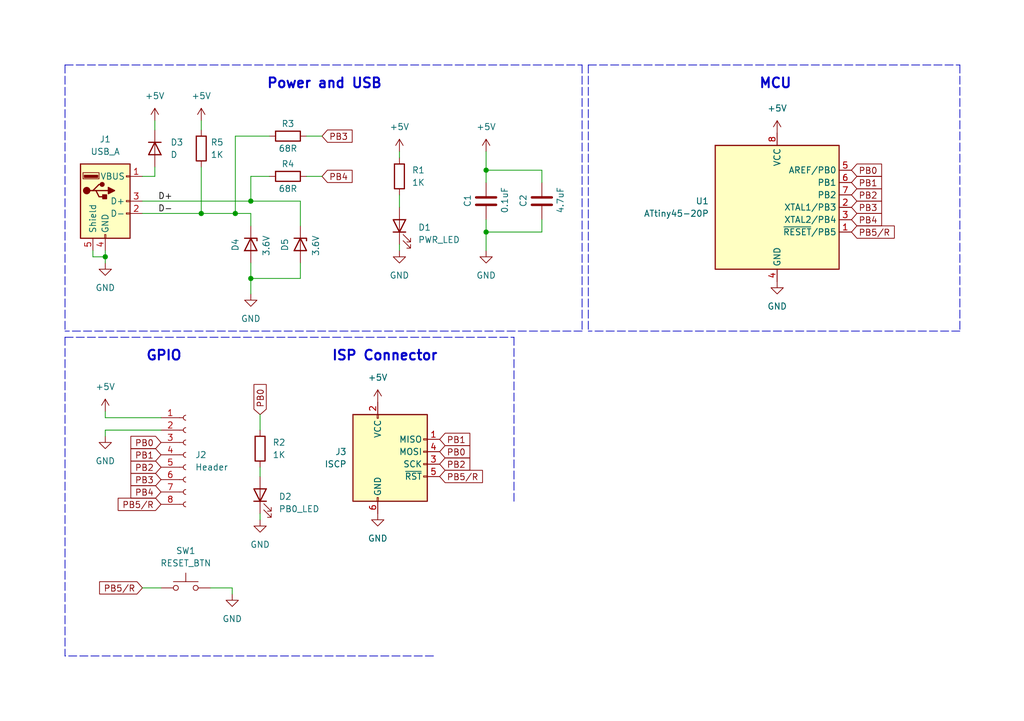
<source format=kicad_sch>
(kicad_sch (version 20211123) (generator eeschema)
  (paper "A5")
  (title_block (title "QDevTiny ATtiny25/45/85 development board") (date "2023-02-06") (rev "1") (company "qewer33"))
  (lib_symbols
    (symbol "Connector:AVR-ISP-6" (pin_names (offset 1.016))
      (property "Reference" "J" (at -6.35 11.43 0))
      (property "Value" "AVR-ISP-6" (at 0 11.43 0))
      (symbol "AVR-ISP-6_0_1"
        (rectangle (start -2.667 -6.858) (end -2.413 -7.62))
        (rectangle (start -2.667 10.16) (end -2.413 9.398))
        (rectangle (start 7.62 -2.413) (end 6.858 -2.667))
        (rectangle (start 7.62 0.127) (end 6.858 -0.127))
        (rectangle (start 7.62 2.667) (end 6.858 2.413))
        (rectangle (start 7.62 5.207) (end 6.858 4.953))
        (rectangle (start 7.62 10.16) (end -7.62 -7.62) (stroke (width 0.254)) (fill (type background)))
      )
      (symbol "AVR-ISP-6_1_1"
        (pin passive line (at 10.16 5.08 180) (length 2.54) (name "MISO") (number "1"))
        (pin passive line (at -2.54 12.7 270) (length 2.54) (name "VCC") (number "2"))
        (pin passive line (at 10.16 0 180) (length 2.54) (name "SCK") (number "3"))
        (pin passive line (at 10.16 2.54 180) (length 2.54) (name "MOSI") (number "4"))
        (pin passive line (at 10.16 -2.54 180) (length 2.54) (name "~{RST}") (number "5"))
        (pin passive line (at -2.54 -10.16 90) (length 2.54) (name "GND") (number "6"))
      )
    )
    (symbol "Connector:Conn_01x08_Female" (pin_names (offset 1.016) hide)
      (property "Reference" "J" (at 0 10.16 0))
      (property "Value" "Conn_01x08_Female" (at 0 -12.7 0))
      (symbol "Conn_01x08_Female_1_1"
        (arc (start 0 -9.652) (mid -0.508 -10.16) (end 0 -10.668) (stroke (width 0.1524)))
        (arc (start 0 -7.112) (mid -0.508 -7.62) (end 0 -8.128) (stroke (width 0.1524)))
        (arc (start 0 -4.572) (mid -0.508 -5.08) (end 0 -5.588) (stroke (width 0.1524)))
        (arc (start 0 -2.032) (mid -0.508 -2.54) (end 0 -3.048) (stroke (width 0.1524)))
        (polyline (pts (xy -1.27 -10.16) (xy -0.508 -10.16)) (stroke (width 0.1524)))
        (polyline (pts (xy -1.27 -7.62) (xy -0.508 -7.62)) (stroke (width 0.1524)))
        (polyline (pts (xy -1.27 -5.08) (xy -0.508 -5.08)) (stroke (width 0.1524)))
        (polyline (pts (xy -1.27 -2.54) (xy -0.508 -2.54)) (stroke (width 0.1524)))
        (polyline (pts (xy -1.27 0) (xy -0.508 0)) (stroke (width 0.1524)))
        (polyline (pts (xy -1.27 2.54) (xy -0.508 2.54)) (stroke (width 0.1524)))
        (polyline (pts (xy -1.27 5.08) (xy -0.508 5.08)) (stroke (width 0.1524)))
        (polyline (pts (xy -1.27 7.62) (xy -0.508 7.62)) (stroke (width 0.1524)))
        (arc (start 0 0.508) (mid -0.508 0) (end 0 -0.508) (stroke (width 0.1524)))
        (arc (start 0 3.048) (mid -0.508 2.54) (end 0 2.032) (stroke (width 0.1524)))
        (arc (start 0 5.588) (mid -0.508 5.08) (end 0 4.572) (stroke (width 0.1524)))
        (arc (start 0 8.128) (mid -0.508 7.62) (end 0 7.112) (stroke (width 0.1524)))
        (pin passive line (at -5.08 7.62 0) (length 3.81) (name "Pin_1") (number "1"))
        (pin passive line (at -5.08 5.08 0) (length 3.81) (name "Pin_2") (number "2"))
        (pin passive line (at -5.08 2.54 0) (length 3.81) (name "Pin_3") (number "3"))
        (pin passive line (at -5.08 0 0) (length 3.81) (name "Pin_4") (number "4"))
        (pin passive line (at -5.08 -2.54 0) (length 3.81) (name "Pin_5") (number "5"))
        (pin passive line (at -5.08 -5.08 0) (length 3.81) (name "Pin_6") (number "6"))
        (pin passive line (at -5.08 -7.62 0) (length 3.81) (name "Pin_7") (number "7"))
        (pin passive line (at -5.08 -10.16 0) (length 3.81) (name "Pin_8") (number "8"))
      )
    )
    (symbol "Connector:USB_A" (pin_names (offset 1.016))
      (property "Reference" "J" (at -5.08 11.43 0))
      (property "Value" "USB_A" (at -5.08 8.89 0))
      (symbol "USB_A_0_1"
        (rectangle (start -5.08 -7.62) (end 5.08 7.62) (stroke (width 0.254)) (fill (type background)))
        (circle (center -3.81 2.159) (radius 0.635) (stroke (width 0.254)) (fill (type outline)))
        (rectangle (start -1.524 4.826) (end -4.318 5.334) (fill (type outline)))
        (rectangle (start -1.27 4.572) (end -4.572 5.842))
        (circle (center -0.635 3.429) (radius 0.381) (stroke (width 0.254)) (fill (type outline)))
        (rectangle (start -0.127 -7.62) (end 0.127 -6.858))
        (polyline (pts (xy -3.175 2.159) (xy -2.54 2.159) (xy -1.27 3.429) (xy -0.635 3.429)) (stroke (width 0.254)))
        (polyline (pts (xy -2.54 2.159) (xy -1.905 2.159) (xy -1.27 0.889) (xy 0 0.889)) (stroke (width 0.254)))
        (polyline (pts (xy 0.635 2.794) (xy 0.635 1.524) (xy 1.905 2.159) (xy 0.635 2.794)) (stroke (width 0.254)) (fill (type outline)))
        (rectangle (start 0.254 1.27) (end -0.508 0.508) (stroke (width 0.254)) (fill (type outline)))
        (rectangle (start 5.08 -2.667) (end 4.318 -2.413))
        (rectangle (start 5.08 -0.127) (end 4.318 0.127))
        (rectangle (start 5.08 4.953) (end 4.318 5.207))
      )
      (symbol "USB_A_1_1"
        (polyline (pts (xy -1.905 2.159) (xy 0.635 2.159)) (stroke (width 0.254)))
        (pin power_in line (at 7.62 5.08 180) (length 2.54) (name "VBUS") (number "1"))
        (pin bidirectional line (at 7.62 -2.54 180) (length 2.54) (name "D-") (number "2"))
        (pin bidirectional line (at 7.62 0 180) (length 2.54) (name "D+") (number "3"))
        (pin power_in line (at 0 -10.16 90) (length 2.54) (name "GND") (number "4"))
        (pin passive line (at -2.54 -10.16 90) (length 2.54) (name "Shield") (number "5"))
      )
    )
    (symbol "Device:C" (pin_numbers hide) (pin_names (offset 0.254))
      (property "Reference" "C" (at 0.635 2.54 0))
      (property "Value" "C" (at 0.635 -2.54 0))
      (symbol "C_0_1"
        (polyline (pts (xy -2.032 -0.762) (xy 2.032 -0.762)) (stroke (width 0.508)))
        (polyline (pts (xy -2.032 0.762) (xy 2.032 0.762)) (stroke (width 0.508)))
      )
      (symbol "C_1_1"
        (pin passive line (at 0 3.81 270) (length 2.794) (name "~") (number "1"))
        (pin passive line (at 0 -3.81 90) (length 2.794) (name "~") (number "2"))
      )
    )
    (symbol "Device:D" (pin_numbers hide) (pin_names (offset 1.016) hide)
      (property "Reference" "D" (at 0 2.54 0))
      (property "Value" "D" (at 0 -2.54 0))
      (symbol "D_0_1"
        (polyline (pts (xy -1.27 1.27) (xy -1.27 -1.27)) (stroke (width 0.254)))
        (polyline (pts (xy 1.27 0) (xy -1.27 0)))
        (polyline (pts (xy 1.27 1.27) (xy 1.27 -1.27) (xy -1.27 0) (xy 1.27 1.27)) (stroke (width 0.254)))
      )
      (symbol "D_1_1"
        (pin passive line (at -3.81 0 0) (length 2.54) (name "K") (number "1"))
        (pin passive line (at 3.81 0 180) (length 2.54) (name "A") (number "2"))
      )
    )
    (symbol "Device:D_Zener" (pin_numbers hide) (pin_names (offset 1.016) hide)
      (property "Reference" "D" (at 0 2.54 0))
      (property "Value" "D_Zener" (at 0 -2.54 0))
      (symbol "D_Zener_0_1"
        (polyline (pts (xy 1.27 0) (xy -1.27 0)))
        (polyline (pts (xy -1.27 -1.27) (xy -1.27 1.27) (xy -0.762 1.27)) (stroke (width 0.254)))
        (polyline (pts (xy 1.27 -1.27) (xy 1.27 1.27) (xy -1.27 0) (xy 1.27 -1.27)) (stroke (width 0.254)))
      )
      (symbol "D_Zener_1_1"
        (pin passive line (at -3.81 0 0) (length 2.54) (name "K") (number "1"))
        (pin passive line (at 3.81 0 180) (length 2.54) (name "A") (number "2"))
      )
    )
    (symbol "Device:LED" (pin_numbers hide) (pin_names (offset 1.016) hide)
      (property "Reference" "D" (at 0 2.54 0))
      (property "Value" "LED" (at 0 -2.54 0))
      (symbol "LED_0_1"
        (polyline (pts (xy -1.27 -1.27) (xy -1.27 1.27)) (stroke (width 0.254)))
        (polyline (pts (xy -1.27 0) (xy 1.27 0)))
        (polyline (pts (xy 1.27 -1.27) (xy 1.27 1.27) (xy -1.27 0) (xy 1.27 -1.27)) (stroke (width 0.254)))
        (polyline (pts (xy -3.048 -0.762) (xy -4.572 -2.286) (xy -3.81 -2.286) (xy -4.572 -2.286) (xy -4.572 -1.524)))
        (polyline (pts (xy -1.778 -0.762) (xy -3.302 -2.286) (xy -2.54 -2.286) (xy -3.302 -2.286) (xy -3.302 -1.524)))
      )
      (symbol "LED_1_1"
        (pin passive line (at -3.81 0 0) (length 2.54) (name "K") (number "1"))
        (pin passive line (at 3.81 0 180) (length 2.54) (name "A") (number "2"))
      )
    )
    (symbol "Device:R" (pin_numbers hide) (pin_names (offset 0))
      (property "Reference" "R" (at 2.032 0 90))
      (property "Value" "R" (at 0 0 90))
      (symbol "R_0_1"
        (rectangle (start -1.016 -2.54) (end 1.016 2.54) (stroke (width 0.254)))
      )
      (symbol "R_1_1"
        (pin passive line (at 0 3.81 270) (length 1.27) (name "~") (number "1"))
        (pin passive line (at 0 -3.81 90) (length 1.27) (name "~") (number "2"))
      )
    )
    (symbol "MCU_Microchip_ATtiny:ATtiny45-20P"
      (property "Reference" "U" (at -12.7 13.97 0))
      (property "Value" "ATtiny45-20P" (at 2.54 -13.97 0))
      (symbol "ATtiny45-20P_0_1"
        (rectangle (start -12.7 -12.7) (end 12.7 12.7) (stroke (width 0.254)) (fill (type background)))
      )
      (symbol "ATtiny45-20P_1_1"
        (pin bidirectional line (at 15.24 -5.08 180) (length 2.54) (name "~{RESET}/PB5") (number "1"))
        (pin bidirectional line (at 15.24 0 180) (length 2.54) (name "XTAL1/PB3") (number "2"))
        (pin bidirectional line (at 15.24 -2.54 180) (length 2.54) (name "XTAL2/PB4") (number "3"))
        (pin power_in line (at 0 -15.24 90) (length 2.54) (name "GND") (number "4"))
        (pin bidirectional line (at 15.24 7.62 180) (length 2.54) (name "AREF/PB0") (number "5"))
        (pin bidirectional line (at 15.24 5.08 180) (length 2.54) (name "PB1") (number "6"))
        (pin bidirectional line (at 15.24 2.54 180) (length 2.54) (name "PB2") (number "7"))
        (pin power_in line (at 0 15.24 270) (length 2.54) (name "VCC") (number "8"))
      )
    )
    (symbol "Switch:SW_Push" (pin_numbers hide) (pin_names (offset 1.016) hide)
      (property "Reference" "SW" (at 1.27 2.54 0))
      (property "Value" "SW_Push" (at 0 -1.524 0))
      (symbol "SW_Push_0_1"
        (circle (center -2.032 0) (radius 0.508))
        (polyline (pts (xy 0 1.27) (xy 0 3.048)))
        (polyline (pts (xy 2.54 1.27) (xy -2.54 1.27)))
        (circle (center 2.032 0) (radius 0.508))
        (pin passive line (at -5.08 0 0) (length 2.54) (name "1") (number "1"))
        (pin passive line (at 5.08 0 180) (length 2.54) (name "2") (number "2"))
      )
    )
    (symbol "power:+5V" (power) (pin_names (offset 0))
      (property "Value" "+5V" (at 0 3.556 0))
      (symbol "+5V_0_1"
        (polyline (pts (xy -0.762 1.27) (xy 0 2.54)))
        (polyline (pts (xy 0 0) (xy 0 2.54)))
        (polyline (pts (xy 0 2.54) (xy 0.762 1.27)))
      )
      (symbol "+5V_1_1"
        (pin power_in line (at 0 0 90) (length 0) hide (name "+5V") (number "1"))
      )
    )
    (symbol "power:GND" (power) (pin_names (offset 0))
      (property "Value" "GND" (at 0 -3.81 0))
      (symbol "GND_0_1"
        (polyline (pts (xy 0 0) (xy 0 -1.27) (xy 1.27 -1.27) (xy 0 -2.54) (xy -1.27 -1.27) (xy 0 -1.27)))
      )
      (symbol "GND_1_1"
        (pin power_in line (at 0 0 270) (length 0) hide (name "GND") (number "1"))
      )
    )
  )
  (junction (at 48.26 43.815))
  (junction (at 99.695 34.925))
  (junction (at 51.435 57.15))
  (junction (at 21.59 52.705))
  (junction (at 51.435 41.275))
  (junction (at 99.695 47.625))
  (junction (at 41.275 43.815))
  (wire (pts (xy 99.695 34.925) (xy 111.125 34.925)))
  (wire (pts (xy 55.245 27.94) (xy 48.26 27.94)))
  (polyline (pts (xy 119.38 67.945) (xy 13.335 67.945)) (stroke (width 0) (type dash)))
  (wire (pts (xy 111.125 37.465) (xy 111.125 34.925)))
  (wire (pts (xy 61.595 53.975) (xy 61.595 57.15)))
  (wire (pts (xy 53.34 85.09) (xy 53.34 88.265)))
  (polyline (pts (xy 105.41 69.215) (xy 105.41 102.87)))
  (polyline (pts (xy 13.335 69.215) (xy 13.335 134.62)))
  (wire (pts (xy 43.18 120.65) (xy 47.625 120.65)))
  (polyline (pts (xy 120.65 13.335) (xy 196.85 13.335)))
  (wire (pts (xy 33.02 88.265) (xy 21.59 88.265)))
  (wire (pts (xy 81.915 31.115) (xy 81.915 32.385)))
  (wire (pts (xy 47.625 120.65) (xy 47.625 121.92)))
  (wire (pts (xy 51.435 53.975) (xy 51.435 57.15)))
  (wire (pts (xy 66.04 36.195) (xy 62.865 36.195)))
  (wire (pts (xy 53.34 95.885) (xy 53.34 97.79)))
  (wire (pts (xy 29.21 120.65) (xy 33.02 120.65)))
  (wire (pts (xy 81.915 40.005) (xy 81.915 42.545)))
  (wire (pts (xy 21.59 85.725) (xy 33.02 85.725)))
  (wire (pts (xy 48.26 43.815) (xy 51.435 43.815)))
  (wire (pts (xy 31.75 24.765) (xy 31.75 26.67)))
  (wire (pts (xy 21.59 84.455) (xy 21.59 85.725)))
  (wire (pts (xy 21.59 88.265) (xy 21.59 89.535)))
  (wire (pts (xy 21.59 53.975) (xy 21.59 52.705)))
  (wire (pts (xy 31.75 34.29) (xy 31.75 36.195)))
  (wire (pts (xy 99.695 47.625) (xy 111.125 47.625)))
  (polyline (pts (xy 13.335 13.335) (xy 119.38 13.335)))
  (wire (pts (xy 48.26 27.94) (xy 48.26 43.815)))
  (wire (pts (xy 61.595 57.15) (xy 51.435 57.15)))
  (wire (pts (xy 55.245 36.195) (xy 51.435 36.195)))
  (wire (pts (xy 51.435 36.195) (xy 51.435 41.275)))
  (polyline (pts (xy 196.85 67.945) (xy 120.65 67.945)))
  (polyline (pts (xy 88.9 134.62) (xy 13.335 134.62)))
  (wire (pts (xy 41.275 24.765) (xy 41.275 26.67)))
  (wire (pts (xy 51.435 46.355) (xy 51.435 43.815)))
  (wire (pts (xy 111.125 45.085) (xy 111.125 47.625)))
  (polyline (pts (xy 13.335 13.335) (xy 13.335 67.945)))
  (polyline (pts (xy 13.335 69.215) (xy 105.41 69.215)))
  (wire (pts (xy 99.695 47.625) (xy 99.695 51.435)))
  (wire (pts (xy 81.915 50.165) (xy 81.915 51.435)))
  (wire (pts (xy 31.75 36.195) (xy 29.21 36.195)))
  (wire (pts (xy 53.34 105.41) (xy 53.34 106.68)))
  (wire (pts (xy 99.695 45.085) (xy 99.695 47.625)))
  (wire (pts (xy 51.435 41.275) (xy 61.595 41.275)))
  (wire (pts (xy 99.695 34.925) (xy 99.695 37.465)))
  (wire (pts (xy 41.275 43.815) (xy 48.26 43.815)))
  (wire (pts (xy 21.59 52.705) (xy 21.59 51.435)))
  (wire (pts (xy 19.05 52.705) (xy 21.59 52.705)))
  (wire (pts (xy 51.435 57.15) (xy 51.435 60.325)))
  (polyline (pts (xy 120.65 13.335) (xy 120.65 67.945)))
  (wire (pts (xy 61.595 41.275) (xy 61.595 46.355)))
  (wire (pts (xy 19.05 51.435) (xy 19.05 52.705)))
  (wire (pts (xy 29.21 41.275) (xy 51.435 41.275)))
  (wire (pts (xy 99.695 31.115) (xy 99.695 34.925)))
  (polyline (pts (xy 119.38 13.335) (xy 119.38 67.945)) (stroke (width 0) (type dash)))
  (polyline (pts (xy 196.85 13.335) (xy 196.85 67.945)))
  (wire (pts (xy 41.275 34.29) (xy 41.275 43.815)))
  (wire (pts (xy 66.04 27.94) (xy 62.865 27.94)))
  (wire (pts (xy 29.21 43.815) (xy 41.275 43.815)))
  (text "MCU\n" (at 155.575 18.415 0) (effects (font (size 2 2) (thickness 0.4) bold) (justify left bottom)))
  (text "GPIO" (at 29.845 74.295 0) (effects (font (size 2 2) (thickness 0.4) bold) (justify left bottom)))
  (text "Power and USB" (at 54.61 18.415 0) (effects (font (size 2 2) (thickness 0.4) bold) (justify left bottom)))
  (text "ISP Connector" (at 67.945 74.295 0) (effects (font (size 2 2) (thickness 0.4) bold) (justify left bottom)))
  (label "D+" (at 32.385 41.275 0))
  (label "D-" (at 32.385 43.815 0))
  (global_label "PB0" (shape input) (at 53.34 85.09 90) (property "Intersheet References" "${INTERSHEET_REFS}" (effects hide)))
  (global_label "PB2" (shape input) (at 33.02 95.885 180) (property "Intersheet References" "${INTERSHEET_REFS}" (effects hide)))
  (global_label "PB2" (shape input) (at 90.17 95.25 0) (property "Intersheet References" "${INTERSHEET_REFS}" (effects hide)))
  (global_label "PB0" (shape input) (at 174.625 34.925 0) (property "Intersheet References" "${INTERSHEET_REFS}" (effects hide)))
  (global_label "PB4" (shape input) (at 33.02 100.965 180) (property "Intersheet References" "${INTERSHEET_REFS}" (effects hide)))
  (global_label "PB5{slash}R" (shape input) (at 29.21 120.65 180) (property "Intersheet References" "${INTERSHEET_REFS}" (effects hide)))
  (global_label "PB5{slash}R" (shape input) (at 33.02 103.505 180) (property "Intersheet References" "${INTERSHEET_REFS}" (effects hide)))
  (global_label "PB5{slash}R" (shape input) (at 174.625 47.625 0) (property "Intersheet References" "${INTERSHEET_REFS}" (effects hide)))
  (global_label "PB3" (shape input) (at 66.04 27.94 0) (property "Intersheet References" "${INTERSHEET_REFS}" (effects hide)))
  (global_label "PB4" (shape input) (at 66.04 36.195 0) (property "Intersheet References" "${INTERSHEET_REFS}" (effects hide)))
  (global_label "PB5{slash}R" (shape input) (at 90.17 97.79 0) (property "Intersheet References" "${INTERSHEET_REFS}" (effects hide)))
  (global_label "PB3" (shape input) (at 33.02 98.425 180) (property "Intersheet References" "${INTERSHEET_REFS}" (effects hide)))
  (global_label "PB1" (shape input) (at 174.625 37.465 0) (property "Intersheet References" "${INTERSHEET_REFS}" (effects hide)))
  (global_label "PB1" (shape input) (at 33.02 93.345 180) (property "Intersheet References" "${INTERSHEET_REFS}" (effects hide)))
  (global_label "PB0" (shape input) (at 90.17 92.71 0) (property "Intersheet References" "${INTERSHEET_REFS}" (effects hide)))
  (global_label "PB1" (shape input) (at 90.17 90.17 0) (property "Intersheet References" "${INTERSHEET_REFS}" (effects hide)))
  (global_label "PB2" (shape input) (at 174.625 40.005 0) (property "Intersheet References" "${INTERSHEET_REFS}" (effects hide)))
  (global_label "PB4" (shape input) (at 174.625 45.085 0) (property "Intersheet References" "${INTERSHEET_REFS}" (effects hide)))
  (global_label "PB0" (shape input) (at 33.02 90.805 180) (property "Intersheet References" "${INTERSHEET_REFS}" (effects hide)))
  (global_label "PB3" (shape input) (at 174.625 42.545 0) (property "Intersheet References" "${INTERSHEET_REFS}" (effects hide)))
  (symbol (lib_id "Device:LED") (at 53.34 101.6 90) (unit 1)
    (property "Reference" "D2" (at 57.15 101.9174 90) (effects (justify right)))
    (property "Value" "PB0_LED" (at 57.15 104.4574 90) (effects (justify right)))
    (property "Footprint" "LED_THT:LED_D5.0mm" (effects hide))
  )
  (symbol (lib_id "Switch:SW_Push") (at 38.1 120.65 0) (unit 1)
    (property "Reference" "SW1" (at 38.1 113.03 0))
    (property "Value" "RESET_BTN" (at 38.1 115.57 0))
    (property "Footprint" "Button_Switch_THT:SW_PUSH_6mm" (effects hide))
  )
  (symbol (lib_id "power:GND") (at 53.34 106.68 0) (unit 1)
    (property "Reference" "#PWR0109" (effects hide))
    (property "Value" "GND" (at 53.34 111.76 0))
  )
  (symbol (lib_id "Connector:USB_A") (at 21.59 41.275 0) (unit 1)
    (property "Reference" "J1" (at 21.59 28.575 0))
    (property "Value" "USB_A" (at 21.59 31.115 0))
    (property "Footprint" "QLib:USB-A-PCB" (effects hide))
    (property "Datasheet" " ~" (effects hide))
  )
  (symbol (lib_id "power:GND") (at 81.915 51.435 0) (unit 1)
    (property "Reference" "#PWR0103" (effects hide))
    (property "Value" "GND" (at 81.915 56.515 0))
  )
  (symbol (lib_id "power:GND") (at 47.625 121.92 0) (unit 1)
    (property "Reference" "#PWR0110" (effects hide))
    (property "Value" "GND" (at 47.625 127 0))
  )
  (symbol (lib_id "power:+5V") (at 99.695 31.115 0) (unit 1)
    (property "Reference" "#PWR0105" (effects hide))
    (property "Value" "+5V" (at 99.695 26.035 0))
  )
  (symbol (lib_id "MCU_Microchip_ATtiny:ATtiny45-20P") (at 159.385 42.545 0) (unit 1)
    (property "Reference" "U1" (at 145.415 41.2749 0) (effects (justify right)))
    (property "Value" "ATtiny45-20P" (at 145.415 43.8149 0) (effects (justify right)))
    (property "Footprint" "Package_DIP:DIP-8_W7.62mm" (effects hide))
    (property "Datasheet" "http://ww1.microchip.com/downloads/en/DeviceDoc/atmel-2586-avr-8-bit-microcontroller-attiny25-attiny45-attiny85_datasheet.pdf" (effects hide))
  )
  (symbol (lib_id "power:+5V") (at 31.75 24.765 0) (unit 1)
    (property "Reference" "#PWR0101" (effects hide))
    (property "Value" "+5V" (at 31.75 19.685 0))
  )
  (symbol (lib_id "Connector:Conn_01x08_Female") (at 38.1 93.345 0) (unit 1)
    (property "Reference" "J2" (at 40.005 93.3449 0) (effects (justify left)))
    (property "Value" "Header" (at 40.005 95.885 0) (effects (justify left)))
    (property "Footprint" "Connector_PinHeader_2.54mm:PinHeader_1x08_P2.54mm_Vertical" (effects hide))
  )
  (symbol (lib_id "power:GND") (at 77.47 105.41 0) (unit 1)
    (property "Reference" "#PWR0113" (effects hide))
    (property "Value" "GND" (at 77.47 110.49 0))
  )
  (symbol (lib_id "Device:C") (at 111.125 41.275 0) (unit 1)
    (property "Reference" "C2" (at 107.315 42.545 90) (effects (justify left)))
    (property "Value" "4.7uF" (at 114.935 43.815 90) (effects (justify left)))
    (property "Footprint" "Capacitor_THT:C_Disc_D6.0mm_W2.5mm_P5.00mm" (effects hide))
  )
  (symbol (lib_id "power:GND") (at 21.59 53.975 0) (unit 1)
    (property "Reference" "#PWR0102" (effects hide))
    (property "Value" "GND" (at 21.59 59.055 0))
  )
  (symbol (lib_id "Connector:AVR-ISP-6") (at 80.01 95.25 0) (unit 1)
    (property "Reference" "J3" (at 71.12 92.7099 0) (effects (justify right)))
    (property "Value" "ISCP" (at 71.12 95.2499 0) (effects (justify right)))
    (property "Footprint" "Connector_PinHeader_2.54mm:PinHeader_2x03_P2.54mm_Vertical" (effects hide))
    (property "Datasheet" " ~" (effects hide))
  )
  (symbol (lib_id "power:GND") (at 99.695 51.435 0) (unit 1)
    (property "Reference" "#PWR0106" (effects hide))
    (property "Value" "GND" (at 99.695 56.515 0))
  )
  (symbol (lib_id "Device:LED") (at 81.915 46.355 90) (unit 1)
    (property "Reference" "D1" (at 85.725 46.6724 90) (effects (justify right)))
    (property "Value" "PWR_LED" (at 85.725 49.2124 90) (effects (justify right)))
    (property "Footprint" "LED_THT:LED_D5.0mm" (effects hide))
  )
  (symbol (lib_id "Device:R") (at 53.34 92.075 0) (unit 1)
    (property "Reference" "R2" (at 55.88 90.8049 0) (effects (justify left)))
    (property "Value" "1K" (at 55.88 93.3449 0) (effects (justify left)))
    (property "Footprint" "Resistor_THT:R_Axial_DIN0207_L6.3mm_D2.5mm_P10.16mm_Horizontal" (effects hide))
  )
  (symbol (lib_id "power:GND") (at 21.59 89.535 0) (unit 1)
    (property "Reference" "#PWR0111" (effects hide))
    (property "Value" "GND" (at 21.59 94.615 0))
  )
  (symbol (lib_id "power:+5V") (at 77.47 82.55 0) (unit 1)
    (property "Reference" "#PWR0112" (effects hide))
    (property "Value" "+5V" (at 77.47 77.47 0))
  )
  (symbol (lib_id "power:GND") (at 51.435 60.325 0) (unit 1)
    (property "Reference" "#PWR0115" (effects hide))
    (property "Value" "GND" (at 51.435 65.405 0))
  )
  (symbol (lib_id "power:+5V") (at 159.385 27.305 0) (unit 1)
    (property "Reference" "#PWR0107" (effects hide))
    (property "Value" "+5V" (at 159.385 22.225 0))
  )
  (symbol (lib_id "Device:C") (at 99.695 41.275 0) (unit 1)
    (property "Reference" "C1" (at 95.885 42.545 90) (effects (justify left)))
    (property "Value" "0.1uF" (at 103.505 43.815 90) (effects (justify left)))
    (property "Footprint" "Capacitor_THT:C_Disc_D6.0mm_W2.5mm_P5.00mm" (effects hide))
  )
  (symbol (lib_id "power:GND") (at 159.385 57.785 0) (unit 1)
    (property "Reference" "#PWR0108" (effects hide))
    (property "Value" "GND" (at 159.385 62.865 0))
  )
  (symbol (lib_id "Device:D") (at 31.75 30.48 270) (unit 1)
    (property "Reference" "D3" (at 34.925 29.2099 90) (effects (justify left)))
    (property "Value" "D" (at 34.925 31.7499 90) (effects (justify left)))
    (property "Footprint" "Diode_THT:D_A-405_P10.16mm_Horizontal" (effects hide))
  )
  (symbol (lib_id "Device:R") (at 59.055 36.195 90) (unit 1)
    (property "Reference" "R4" (at 59.055 33.655 90))
    (property "Value" "68R" (at 59.055 38.735 90))
    (property "Footprint" "Resistor_THT:R_Axial_DIN0207_L6.3mm_D2.5mm_P10.16mm_Horizontal" (effects hide))
  )
  (symbol (lib_id "Device:R") (at 59.055 27.94 90) (unit 1)
    (property "Reference" "R3" (at 59.055 25.4 90))
    (property "Value" "68R" (at 59.055 30.48 90))
    (property "Footprint" "Resistor_THT:R_Axial_DIN0207_L6.3mm_D2.5mm_P10.16mm_Horizontal" (effects hide))
  )
  (symbol (lib_id "Device:R") (at 81.915 36.195 0) (unit 1)
    (property "Reference" "R1" (at 84.455 34.9249 0) (effects (justify left)))
    (property "Value" "1K" (at 84.455 37.4649 0) (effects (justify left)))
    (property "Footprint" "Resistor_THT:R_Axial_DIN0207_L6.3mm_D2.5mm_P10.16mm_Horizontal" (effects hide))
  )
  (symbol (lib_id "power:+5V") (at 81.915 31.115 0) (unit 1)
    (property "Reference" "#PWR0104" (effects hide))
    (property "Value" "+5V" (at 81.915 26.035 0))
  )
  (symbol (lib_id "Device:D_Zener") (at 61.595 50.165 270) (unit 1)
    (property "Reference" "D5" (at 58.42 48.895 0) (effects (justify left)))
    (property "Value" "3.6V" (at 64.77 48.26 0) (effects (justify left)))
    (property "Footprint" "Diode_THT:D_DO-34_SOD68_P7.62mm_Horizontal" (effects hide))
  )
  (symbol (lib_id "power:+5V") (at 21.59 84.455 0) (unit 1)
    (property "Reference" "#PWR0114" (effects hide))
    (property "Value" "+5V" (at 21.59 79.375 0))
  )
  (symbol (lib_id "Device:R") (at 41.275 30.48 0) (unit 1)
    (property "Reference" "R5" (at 43.18 29.2099 0) (effects (justify left)))
    (property "Value" "1K" (at 43.18 31.7499 0) (effects (justify left)))
    (property "Footprint" "Resistor_THT:R_Axial_DIN0207_L6.3mm_D2.5mm_P10.16mm_Horizontal" (effects hide))
  )
  (symbol (lib_id "Device:D_Zener") (at 51.435 50.165 270) (unit 1)
    (property "Reference" "D4" (at 48.26 48.895 0) (effects (justify left)))
    (property "Value" "3.6V" (at 54.61 48.26 0) (effects (justify left)))
    (property "Footprint" "Diode_THT:D_DO-34_SOD68_P7.62mm_Horizontal" (effects hide))
  )
  (symbol (lib_id "power:+5V") (at 41.275 24.765 0) (unit 1)
    (property "Reference" "#PWR0116" (effects hide))
    (property "Value" "+5V" (at 41.275 19.685 0))
  )
)
</source>
